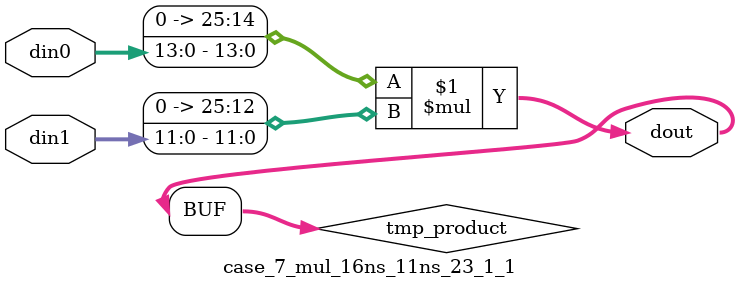
<source format=v>

`timescale 1 ns / 1 ps

 (* use_dsp = "no" *)  module case_7_mul_16ns_11ns_23_1_1(din0, din1, dout);
parameter ID = 1;
parameter NUM_STAGE = 0;
parameter din0_WIDTH = 14;
parameter din1_WIDTH = 12;
parameter dout_WIDTH = 26;

input [din0_WIDTH - 1 : 0] din0; 
input [din1_WIDTH - 1 : 0] din1; 
output [dout_WIDTH - 1 : 0] dout;

wire signed [dout_WIDTH - 1 : 0] tmp_product;
























assign tmp_product = $signed({1'b0, din0}) * $signed({1'b0, din1});











assign dout = tmp_product;





















endmodule

</source>
